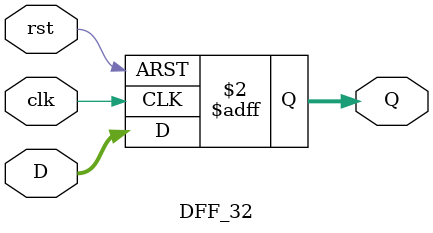
<source format=v>
`timescale 1ns / 1ps
module DFF_32(D,Q,rst,clk);	
	input [31:0] D;
	output reg [31:0] Q;
	input rst,clk;
	always @(posedge clk or posedge rst)
	begin
	
	
		if(rst)
		begin
			Q <= 32'b0;
			
		end
		else
		begin
			Q <= D; 
		end
		
	end

endmodule

</source>
